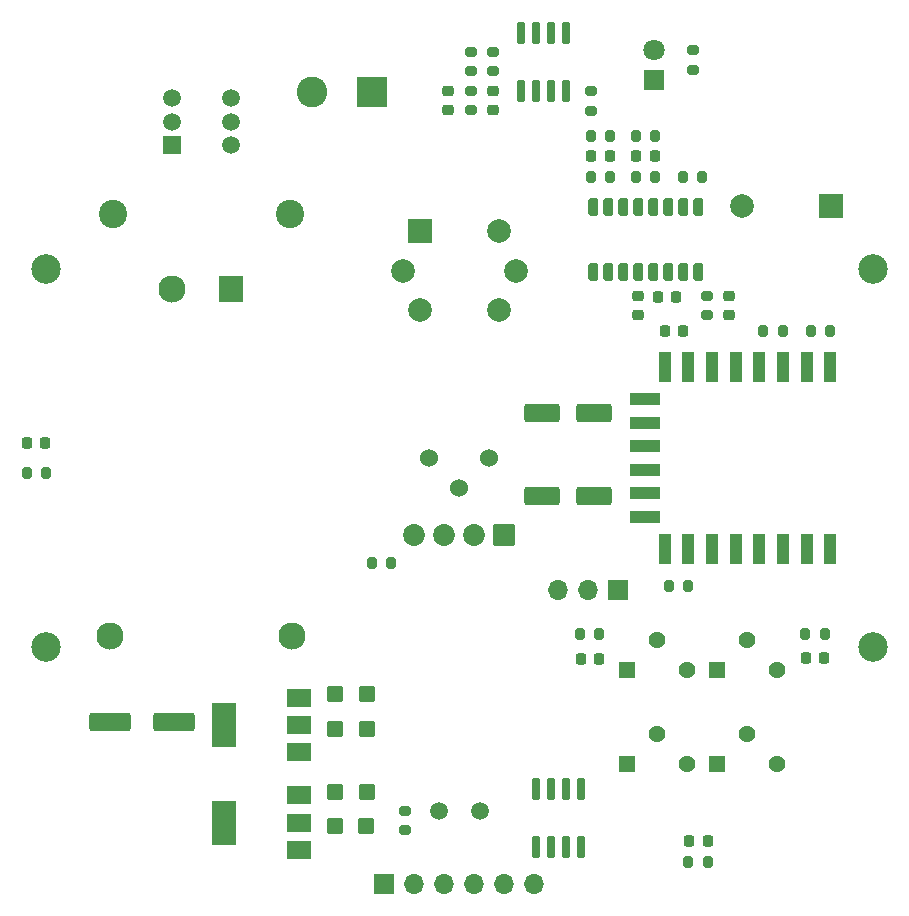
<source format=gts>
G04 #@! TF.GenerationSoftware,KiCad,Pcbnew,7.0.8*
G04 #@! TF.CreationDate,2024-06-27T14:34:40-03:00*
G04 #@! TF.ProjectId,sensor_module,73656e73-6f72-45f6-9d6f-64756c652e6b,1.0*
G04 #@! TF.SameCoordinates,Original*
G04 #@! TF.FileFunction,Soldermask,Top*
G04 #@! TF.FilePolarity,Negative*
%FSLAX46Y46*%
G04 Gerber Fmt 4.6, Leading zero omitted, Abs format (unit mm)*
G04 Created by KiCad (PCBNEW 7.0.8) date 2024-06-27 14:34:40*
%MOMM*%
%LPD*%
G01*
G04 APERTURE LIST*
G04 Aperture macros list*
%AMRoundRect*
0 Rectangle with rounded corners*
0 $1 Rounding radius*
0 $2 $3 $4 $5 $6 $7 $8 $9 X,Y pos of 4 corners*
0 Add a 4 corners polygon primitive as box body*
4,1,4,$2,$3,$4,$5,$6,$7,$8,$9,$2,$3,0*
0 Add four circle primitives for the rounded corners*
1,1,$1+$1,$2,$3*
1,1,$1+$1,$4,$5*
1,1,$1+$1,$6,$7*
1,1,$1+$1,$8,$9*
0 Add four rect primitives between the rounded corners*
20,1,$1+$1,$2,$3,$4,$5,0*
20,1,$1+$1,$4,$5,$6,$7,0*
20,1,$1+$1,$6,$7,$8,$9,0*
20,1,$1+$1,$8,$9,$2,$3,0*%
G04 Aperture macros list end*
%ADD10RoundRect,0.200000X-0.275000X0.200000X-0.275000X-0.200000X0.275000X-0.200000X0.275000X0.200000X0*%
%ADD11RoundRect,0.200000X-0.200000X-0.275000X0.200000X-0.275000X0.200000X0.275000X-0.200000X0.275000X0*%
%ADD12RoundRect,0.200000X0.200000X0.275000X-0.200000X0.275000X-0.200000X-0.275000X0.200000X-0.275000X0*%
%ADD13RoundRect,0.250000X-0.450000X-0.425000X0.450000X-0.425000X0.450000X0.425000X-0.450000X0.425000X0*%
%ADD14RoundRect,0.225000X-0.250000X0.225000X-0.250000X-0.225000X0.250000X-0.225000X0.250000X0.225000X0*%
%ADD15C,1.500000*%
%ADD16C,2.500000*%
%ADD17RoundRect,0.150000X0.150000X-0.820000X0.150000X0.820000X-0.150000X0.820000X-0.150000X-0.820000X0*%
%ADD18R,2.000000X1.500000*%
%ADD19R,2.000000X3.800000*%
%ADD20R,1.100000X2.500000*%
%ADD21R,2.500000X1.100000*%
%ADD22RoundRect,0.102000X-0.611000X-0.611000X0.611000X-0.611000X0.611000X0.611000X-0.611000X0.611000X0*%
%ADD23C,1.426000*%
%ADD24RoundRect,0.200000X0.275000X-0.200000X0.275000X0.200000X-0.275000X0.200000X-0.275000X-0.200000X0*%
%ADD25R,2.000000X2.000000*%
%ADD26C,2.000000*%
%ADD27RoundRect,0.218750X-0.218750X-0.256250X0.218750X-0.256250X0.218750X0.256250X-0.218750X0.256250X0*%
%ADD28R,2.000000X2.300000*%
%ADD29C,2.300000*%
%ADD30RoundRect,0.225000X-0.225000X-0.250000X0.225000X-0.250000X0.225000X0.250000X-0.225000X0.250000X0*%
%ADD31RoundRect,0.225000X0.250000X-0.225000X0.250000X0.225000X-0.250000X0.225000X-0.250000X-0.225000X0*%
%ADD32R,1.700000X1.700000*%
%ADD33O,1.700000X1.700000*%
%ADD34RoundRect,0.250000X1.250000X0.550000X-1.250000X0.550000X-1.250000X-0.550000X1.250000X-0.550000X0*%
%ADD35RoundRect,0.225000X0.225000X0.250000X-0.225000X0.250000X-0.225000X-0.250000X0.225000X-0.250000X0*%
%ADD36R,2.600000X2.600000*%
%ADD37C,2.600000*%
%ADD38R,1.800000X1.800000*%
%ADD39C,1.800000*%
%ADD40RoundRect,0.250000X-1.250000X-0.550000X1.250000X-0.550000X1.250000X0.550000X-1.250000X0.550000X0*%
%ADD41C,1.524800*%
%ADD42RoundRect,0.102000X-0.825500X0.825500X-0.825500X-0.825500X0.825500X-0.825500X0.825500X0.825500X0*%
%ADD43C,1.855000*%
%ADD44RoundRect,0.218750X0.218750X0.256250X-0.218750X0.256250X-0.218750X-0.256250X0.218750X-0.256250X0*%
%ADD45C,2.400000*%
%ADD46RoundRect,0.250000X-1.500000X-0.550000X1.500000X-0.550000X1.500000X0.550000X-1.500000X0.550000X0*%
%ADD47RoundRect,0.179500X0.232500X-0.577500X0.232500X0.577500X-0.232500X0.577500X-0.232500X-0.577500X0*%
%ADD48R,1.500000X1.500000*%
G04 APERTURE END LIST*
D10*
X169672000Y-73914000D03*
X169672000Y-75564000D03*
D11*
X164783000Y-81153000D03*
X166433000Y-81153000D03*
D12*
X161714000Y-123375000D03*
X160064000Y-123375000D03*
D13*
X139285999Y-139644000D03*
X141985999Y-139644000D03*
D14*
X172720000Y-94761000D03*
X172720000Y-96311000D03*
D15*
X151560000Y-138303000D03*
X148160000Y-138303000D03*
D16*
X114860000Y-92458000D03*
D17*
X155067000Y-77410000D03*
X156337000Y-77410000D03*
X157607000Y-77410000D03*
X158877000Y-77410000D03*
X158877000Y-72450000D03*
X157607000Y-72450000D03*
X156337000Y-72450000D03*
X155067000Y-72450000D03*
D18*
X136246000Y-133364000D03*
X136246000Y-131064000D03*
D19*
X129946000Y-131064000D03*
D18*
X136246000Y-128764000D03*
D20*
X181252500Y-100758000D03*
X179252500Y-100758000D03*
X177252500Y-100758000D03*
X175252500Y-100758000D03*
X173252500Y-100758000D03*
X171252500Y-100758000D03*
X169252500Y-100758000D03*
X167252500Y-100758000D03*
X167252500Y-116158000D03*
X169252500Y-116158000D03*
X171252500Y-116158000D03*
X173252500Y-116158000D03*
X175252500Y-116158000D03*
X177252500Y-116158000D03*
X179252500Y-116158000D03*
X181252500Y-116158000D03*
D21*
X165552500Y-103448000D03*
X165552500Y-105448000D03*
X165552500Y-107448000D03*
X165552500Y-109448000D03*
X165552500Y-111448000D03*
X165552500Y-113448000D03*
D22*
X171704000Y-126365001D03*
D23*
X174244000Y-123825001D03*
X176784000Y-126365001D03*
D14*
X152712004Y-77410001D03*
X152712004Y-78960001D03*
D24*
X150807006Y-75695000D03*
X150807006Y-74045000D03*
D25*
X146500000Y-89223000D03*
D26*
X145110000Y-92583000D03*
X146500000Y-95943000D03*
X153220000Y-95943000D03*
X154610000Y-92583000D03*
X153220000Y-89223000D03*
D25*
X181356000Y-87122000D03*
D26*
X173756000Y-87122000D03*
D27*
X160121500Y-125476000D03*
X161696500Y-125476000D03*
D10*
X152712004Y-74045000D03*
X152712004Y-75695000D03*
D12*
X169252504Y-119253000D03*
X167602504Y-119253000D03*
D11*
X142431000Y-117348000D03*
X144081000Y-117348000D03*
D28*
X130516000Y-94149500D03*
D29*
X125516000Y-94149500D03*
X135716000Y-123549500D03*
X120316000Y-123549500D03*
D30*
X161023000Y-82889498D03*
X162573000Y-82889498D03*
D31*
X148902003Y-78960001D03*
X148902003Y-77410001D03*
D32*
X163307000Y-119659000D03*
D33*
X160767000Y-119659000D03*
X158227000Y-119659000D03*
D34*
X161290000Y-104648000D03*
X156890000Y-104648000D03*
D12*
X162623001Y-84625998D03*
X160973001Y-84625998D03*
D22*
X164084000Y-134366000D03*
D23*
X166624000Y-131826000D03*
X169164000Y-134366000D03*
D12*
X170878000Y-142621000D03*
X169228000Y-142621000D03*
D11*
X179134000Y-123375001D03*
X180784000Y-123375001D03*
D22*
X171704000Y-134366000D03*
D23*
X174244000Y-131826000D03*
X176784000Y-134366000D03*
D17*
X156337000Y-141418000D03*
X157607000Y-141418000D03*
X158877000Y-141418000D03*
X160147000Y-141418000D03*
X160147000Y-136458000D03*
X158877000Y-136458000D03*
X157607000Y-136458000D03*
X156337000Y-136458000D03*
D14*
X164973000Y-94761000D03*
X164973000Y-96311000D03*
D13*
X139365999Y-131389000D03*
X142065999Y-131389000D03*
D35*
X166383000Y-82889498D03*
X164833000Y-82889498D03*
D10*
X145288000Y-138303000D03*
X145288000Y-139953000D03*
D36*
X142494000Y-77419000D03*
D37*
X137414000Y-77419000D03*
D16*
X114860000Y-124458000D03*
D30*
X167252501Y-97663001D03*
X168802501Y-97663001D03*
D38*
X166370000Y-76454000D03*
D39*
X166370000Y-73914000D03*
D11*
X164783000Y-84625998D03*
X166433000Y-84625998D03*
D22*
X164084000Y-126365000D03*
D23*
X166624000Y-123825000D03*
X169164000Y-126365000D03*
D40*
X156890000Y-111633000D03*
X161290000Y-111633000D03*
D13*
X139365999Y-136694000D03*
X142065999Y-136694000D03*
D41*
X147320000Y-108458000D03*
X149860000Y-110998000D03*
X152400000Y-108458000D03*
D16*
X184860000Y-124458000D03*
D12*
X162623001Y-81153000D03*
X160973001Y-81153000D03*
D42*
X153670000Y-114964000D03*
D43*
X151130000Y-114964000D03*
X148590000Y-114964000D03*
X146050000Y-114964000D03*
D30*
X166662999Y-94786000D03*
X168212999Y-94786000D03*
D16*
X184860000Y-92458000D03*
D11*
X113221000Y-109728000D03*
X114871000Y-109728000D03*
D12*
X170433000Y-84625998D03*
X168783000Y-84625998D03*
D13*
X139365999Y-128439000D03*
X142065999Y-128439000D03*
D18*
X136245999Y-141619000D03*
X136245999Y-139319000D03*
D19*
X129945999Y-139319000D03*
D18*
X136245999Y-137019000D03*
D44*
X114808000Y-107188000D03*
X113233000Y-107188000D03*
D45*
X135516000Y-87757000D03*
X120516000Y-87757000D03*
D46*
X120316000Y-130810000D03*
X125716000Y-130810000D03*
D11*
X179602504Y-97663000D03*
X181252504Y-97663000D03*
D24*
X160967002Y-79060000D03*
X160967002Y-77410000D03*
X150807006Y-79010001D03*
X150807006Y-77360001D03*
D27*
X169322000Y-140843000D03*
X170897000Y-140843000D03*
D10*
X170814999Y-94711000D03*
X170814999Y-96361000D03*
D11*
X175602501Y-97663001D03*
X177252501Y-97663001D03*
D47*
X161163000Y-92666000D03*
X162433000Y-92666000D03*
X163703000Y-92666000D03*
X164973000Y-92666000D03*
X166243000Y-92666000D03*
X167513000Y-92666000D03*
X168783000Y-92666000D03*
X170053000Y-92666000D03*
X170053000Y-87166000D03*
X168783000Y-87166000D03*
X167513000Y-87166000D03*
X166243000Y-87166000D03*
X164973000Y-87166000D03*
X163703000Y-87166000D03*
X162433000Y-87166000D03*
X161163000Y-87166000D03*
D44*
X180746500Y-125349000D03*
X179171500Y-125349000D03*
D32*
X143510000Y-144526000D03*
D33*
X146050000Y-144526000D03*
X148590000Y-144526000D03*
X151130000Y-144526000D03*
X153670000Y-144526000D03*
X156210000Y-144526000D03*
D48*
X125516000Y-81978001D03*
D15*
X125516000Y-79978001D03*
X125516000Y-77978001D03*
X130516000Y-81978001D03*
X130516000Y-79978001D03*
X130516000Y-77978001D03*
M02*

</source>
